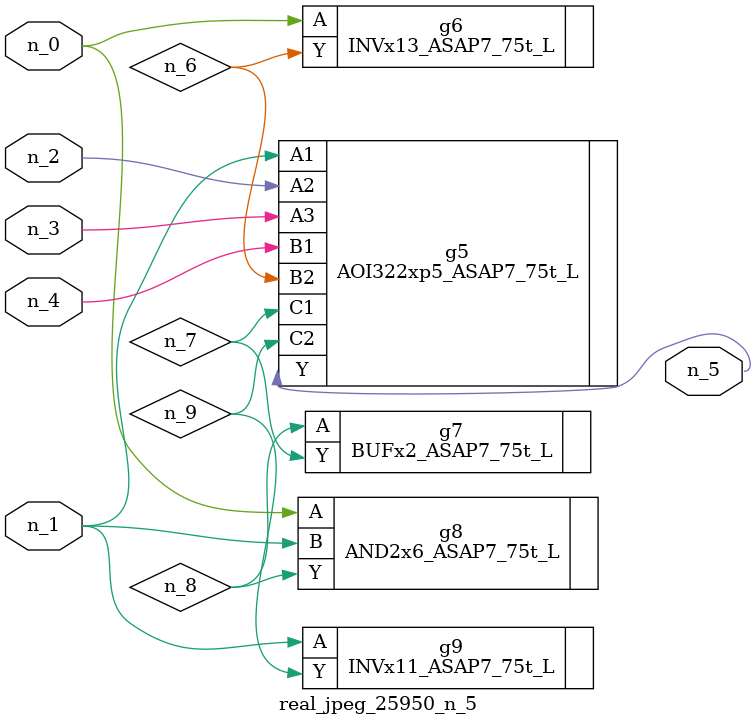
<source format=v>
module real_jpeg_25950_n_5 (n_4, n_0, n_1, n_2, n_3, n_5);

input n_4;
input n_0;
input n_1;
input n_2;
input n_3;

output n_5;

wire n_8;
wire n_6;
wire n_7;
wire n_9;

INVx13_ASAP7_75t_L g6 ( 
.A(n_0),
.Y(n_6)
);

AND2x6_ASAP7_75t_L g8 ( 
.A(n_0),
.B(n_1),
.Y(n_8)
);

AOI322xp5_ASAP7_75t_L g5 ( 
.A1(n_1),
.A2(n_2),
.A3(n_3),
.B1(n_4),
.B2(n_6),
.C1(n_7),
.C2(n_9),
.Y(n_5)
);

INVx11_ASAP7_75t_L g9 ( 
.A(n_1),
.Y(n_9)
);

BUFx2_ASAP7_75t_L g7 ( 
.A(n_8),
.Y(n_7)
);


endmodule
</source>
